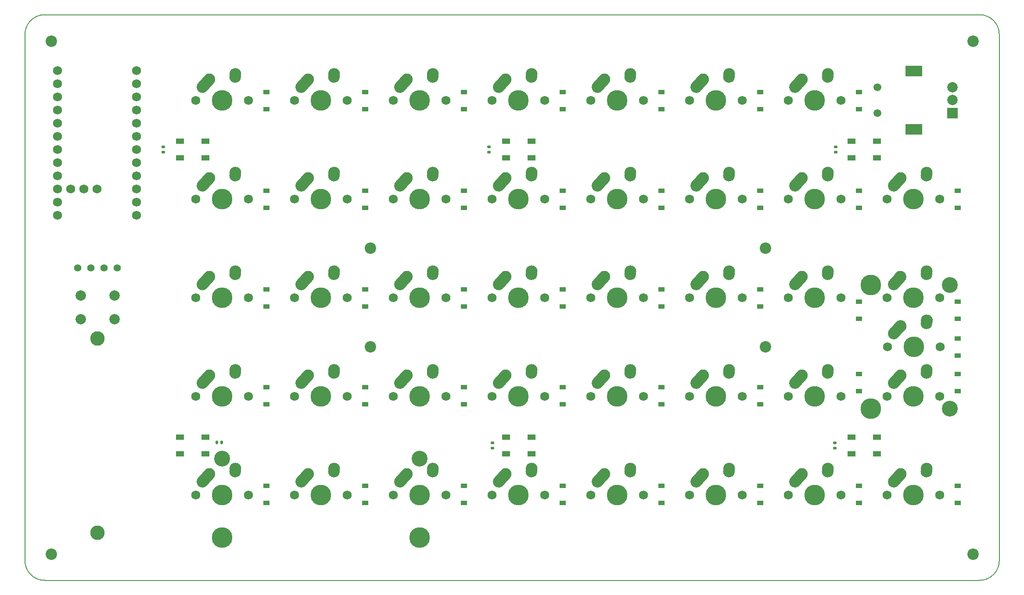
<source format=gbr>
G04 #@! TF.GenerationSoftware,KiCad,Pcbnew,(6.0.1)*
G04 #@! TF.CreationDate,2022-02-23T16:18:42+00:00*
G04 #@! TF.ProjectId,Keyboard Right Hand Side,4b657962-6f61-4726-9420-526967687420,rev?*
G04 #@! TF.SameCoordinates,Original*
G04 #@! TF.FileFunction,Soldermask,Bot*
G04 #@! TF.FilePolarity,Negative*
%FSLAX46Y46*%
G04 Gerber Fmt 4.6, Leading zero omitted, Abs format (unit mm)*
G04 Created by KiCad (PCBNEW (6.0.1)) date 2022-02-23 16:18:42*
%MOMM*%
%LPD*%
G01*
G04 APERTURE LIST*
G04 Aperture macros list*
%AMRoundRect*
0 Rectangle with rounded corners*
0 $1 Rounding radius*
0 $2 $3 $4 $5 $6 $7 $8 $9 X,Y pos of 4 corners*
0 Add a 4 corners polygon primitive as box body*
4,1,4,$2,$3,$4,$5,$6,$7,$8,$9,$2,$3,0*
0 Add four circle primitives for the rounded corners*
1,1,$1+$1,$2,$3*
1,1,$1+$1,$4,$5*
1,1,$1+$1,$6,$7*
1,1,$1+$1,$8,$9*
0 Add four rect primitives between the rounded corners*
20,1,$1+$1,$2,$3,$4,$5,0*
20,1,$1+$1,$4,$5,$6,$7,0*
20,1,$1+$1,$6,$7,$8,$9,0*
20,1,$1+$1,$8,$9,$2,$3,0*%
%AMHorizOval*
0 Thick line with rounded ends*
0 $1 width*
0 $2 $3 position (X,Y) of the first rounded end (center of the circle)*
0 $4 $5 position (X,Y) of the second rounded end (center of the circle)*
0 Add line between two ends*
20,1,$1,$2,$3,$4,$5,0*
0 Add two circle primitives to create the rounded ends*
1,1,$1,$2,$3*
1,1,$1,$4,$5*%
G04 Aperture macros list end*
G04 #@! TA.AperFunction,Profile*
%ADD10C,0.200000*%
G04 #@! TD*
%ADD11C,2.200000*%
%ADD12C,3.987800*%
%ADD13C,1.750000*%
%ADD14C,2.250000*%
%ADD15HorizOval,2.250000X0.655001X0.730000X-0.655001X-0.730000X0*%
%ADD16HorizOval,2.250000X0.020000X0.290000X-0.020000X-0.290000X0*%
%ADD17C,3.048000*%
%ADD18C,2.000000*%
%ADD19C,1.500000*%
%ADD20R,2.000000X2.000000*%
%ADD21R,3.200000X2.000000*%
%ADD22C,1.397000*%
%ADD23C,1.752600*%
%ADD24C,2.800000*%
%ADD25R,1.200000X0.900000*%
%ADD26RoundRect,0.140000X-0.140000X-0.170000X0.140000X-0.170000X0.140000X0.170000X-0.140000X0.170000X0*%
%ADD27R,1.500000X1.000000*%
%ADD28RoundRect,0.140000X0.170000X-0.140000X0.170000X0.140000X-0.170000X0.140000X-0.170000X-0.140000X0*%
G04 APERTURE END LIST*
D10*
X264793323Y-41276677D02*
G75*
G03*
X260983323Y-37466677I-3809999J1D01*
G01*
X260983323Y-146683323D02*
G75*
G03*
X264793323Y-142873323I1J3809999D01*
G01*
X80646677Y-37466677D02*
X260983323Y-37466677D01*
X76836677Y-142873323D02*
X76836677Y-41276677D01*
X260983323Y-146683323D02*
X80646677Y-146683323D01*
X80646677Y-37466677D02*
G75*
G03*
X76836677Y-41276677I-1J-3809999D01*
G01*
X76836677Y-142873323D02*
G75*
G03*
X80646677Y-146683323I3809999J-1D01*
G01*
X264793323Y-41276677D02*
X264793323Y-142873323D01*
D11*
X259715000Y-42545000D03*
X81915000Y-42545000D03*
X81915000Y-141605000D03*
X259715000Y-141605000D03*
X219710000Y-101600000D03*
X143510000Y-101600000D03*
X219710000Y-82550000D03*
X143510000Y-82550000D03*
D12*
X172057300Y-92083000D03*
D13*
X177137300Y-92083000D03*
X166977300Y-92083000D03*
D14*
X169557300Y-88083000D03*
D15*
X168902301Y-88813000D03*
D16*
X174577300Y-87293000D03*
D14*
X174597300Y-87003000D03*
D12*
X191107300Y-130183000D03*
D13*
X186027300Y-130183000D03*
X196187300Y-130183000D03*
D15*
X187952301Y-126913000D03*
D14*
X188607300Y-126183000D03*
D16*
X193627300Y-125393000D03*
D14*
X193647300Y-125103000D03*
D12*
X191107300Y-73033000D03*
D13*
X186027300Y-73033000D03*
X196187300Y-73033000D03*
D15*
X187952301Y-69763000D03*
D14*
X188607300Y-69033000D03*
D16*
X193627300Y-68243000D03*
D14*
X193647300Y-67953000D03*
D13*
X128877300Y-111133000D03*
D12*
X133957300Y-111133000D03*
D13*
X139037300Y-111133000D03*
D14*
X131457300Y-107133000D03*
D15*
X130802301Y-107863000D03*
D14*
X136497300Y-106053000D03*
D16*
X136477300Y-106343000D03*
D13*
X128877300Y-92083000D03*
X139037300Y-92083000D03*
D12*
X133957300Y-92083000D03*
D15*
X130802301Y-88813000D03*
D14*
X131457300Y-88083000D03*
D16*
X136477300Y-87293000D03*
D14*
X136497300Y-87003000D03*
D13*
X215237300Y-92083000D03*
X205077300Y-92083000D03*
D12*
X210157300Y-92083000D03*
D14*
X207657300Y-88083000D03*
D15*
X207002301Y-88813000D03*
D16*
X212677300Y-87293000D03*
D14*
X212697300Y-87003000D03*
D13*
X119987300Y-53983000D03*
D12*
X114907300Y-53983000D03*
D13*
X109827300Y-53983000D03*
D15*
X111752301Y-50713000D03*
D14*
X112407300Y-49983000D03*
D16*
X117427300Y-49193000D03*
D14*
X117447300Y-48903000D03*
D13*
X234287300Y-111133000D03*
X224127300Y-111133000D03*
D12*
X229207300Y-111133000D03*
D14*
X226707300Y-107133000D03*
D15*
X226052301Y-107863000D03*
D14*
X231747300Y-106053000D03*
D16*
X231727300Y-106343000D03*
D13*
X177137300Y-53983000D03*
X166977300Y-53983000D03*
D12*
X172057300Y-53983000D03*
D15*
X168902301Y-50713000D03*
D14*
X169557300Y-49983000D03*
D16*
X174577300Y-49193000D03*
D14*
X174597300Y-48903000D03*
D13*
X224127300Y-92083000D03*
X234287300Y-92083000D03*
D12*
X229207300Y-92083000D03*
D15*
X226052301Y-88813000D03*
D14*
X226707300Y-88083000D03*
D16*
X231727300Y-87293000D03*
D14*
X231747300Y-87003000D03*
D13*
X158087300Y-73033000D03*
D12*
X153007300Y-73033000D03*
D13*
X147927300Y-73033000D03*
D14*
X150507300Y-69033000D03*
D15*
X149852301Y-69763000D03*
D16*
X155527300Y-68243000D03*
D14*
X155547300Y-67953000D03*
D13*
X166977300Y-73033000D03*
D12*
X172057300Y-73033000D03*
D13*
X177137300Y-73033000D03*
D15*
X168902301Y-69763000D03*
D14*
X169557300Y-69033000D03*
X174597300Y-67953000D03*
D16*
X174577300Y-68243000D03*
D13*
X119987300Y-130183000D03*
D12*
X114907300Y-130183000D03*
D13*
X109827300Y-130183000D03*
D14*
X112407300Y-126183000D03*
D15*
X111752301Y-126913000D03*
D16*
X117427300Y-125393000D03*
D14*
X117447300Y-125103000D03*
D12*
X133957300Y-130183000D03*
D17*
X114907300Y-123198000D03*
D12*
X153007300Y-138438000D03*
D13*
X139037300Y-130183000D03*
X128877300Y-130183000D03*
D12*
X114907300Y-138438000D03*
D17*
X153007300Y-123198000D03*
D15*
X130802301Y-126913000D03*
D14*
X131457300Y-126183000D03*
D16*
X136477300Y-125393000D03*
D14*
X136497300Y-125103000D03*
D13*
X253337300Y-130183000D03*
D12*
X248257300Y-130183000D03*
D13*
X243177300Y-130183000D03*
D14*
X245757300Y-126183000D03*
D15*
X245102301Y-126913000D03*
D16*
X250777300Y-125393000D03*
D14*
X250797300Y-125103000D03*
D18*
X87630000Y-91730000D03*
X94130000Y-91730000D03*
X87630000Y-96230000D03*
X94130000Y-96230000D03*
D12*
X191107300Y-111133000D03*
D13*
X186027300Y-111133000D03*
X196187300Y-111133000D03*
D14*
X188607300Y-107133000D03*
D15*
X187952301Y-107863000D03*
D16*
X193627300Y-106343000D03*
D14*
X193647300Y-106053000D03*
D13*
X158087300Y-53983000D03*
X147927300Y-53983000D03*
D12*
X153007300Y-53983000D03*
D14*
X150507300Y-49983000D03*
D15*
X149852301Y-50713000D03*
D16*
X155527300Y-49193000D03*
D14*
X155547300Y-48903000D03*
D12*
X133957300Y-73033000D03*
D13*
X139037300Y-73033000D03*
X128877300Y-73033000D03*
D14*
X131457300Y-69033000D03*
D15*
X130802301Y-69763000D03*
D16*
X136477300Y-68243000D03*
D14*
X136497300Y-67953000D03*
D12*
X191107300Y-92083000D03*
D13*
X196187300Y-92083000D03*
X186027300Y-92083000D03*
D15*
X187952301Y-88813000D03*
D14*
X188607300Y-88083000D03*
D16*
X193627300Y-87293000D03*
D14*
X193647300Y-87003000D03*
D13*
X234287300Y-73033000D03*
X224127300Y-73033000D03*
D12*
X229207300Y-73033000D03*
D14*
X226707300Y-69033000D03*
D15*
X226052301Y-69763000D03*
D14*
X231747300Y-67953000D03*
D16*
X231727300Y-68243000D03*
D13*
X243177300Y-73033000D03*
X253337300Y-73033000D03*
D12*
X248257300Y-73033000D03*
D15*
X245102301Y-69763000D03*
D14*
X245757300Y-69033000D03*
D16*
X250777300Y-68243000D03*
D14*
X250797300Y-67953000D03*
D13*
X166977300Y-111133000D03*
X177137300Y-111133000D03*
D12*
X172057300Y-111133000D03*
D15*
X168902301Y-107863000D03*
D14*
X169557300Y-107133000D03*
D16*
X174577300Y-106343000D03*
D14*
X174597300Y-106053000D03*
D13*
X205077300Y-73033000D03*
D12*
X210157300Y-73033000D03*
D13*
X215237300Y-73033000D03*
D14*
X207657300Y-69033000D03*
D15*
X207002301Y-69763000D03*
D16*
X212677300Y-68243000D03*
D14*
X212697300Y-67953000D03*
D12*
X172057300Y-130183000D03*
D13*
X166977300Y-130183000D03*
X177137300Y-130183000D03*
D15*
X168902301Y-126913000D03*
D14*
X169557300Y-126183000D03*
X174597300Y-125103000D03*
D16*
X174577300Y-125393000D03*
D13*
X147927300Y-130183000D03*
D12*
X153007300Y-130183000D03*
D13*
X158087300Y-130183000D03*
D15*
X149852301Y-126913000D03*
D14*
X150507300Y-126183000D03*
D16*
X155527300Y-125393000D03*
D14*
X155547300Y-125103000D03*
D13*
X128877300Y-53983000D03*
X139037300Y-53983000D03*
D12*
X133957300Y-53983000D03*
D14*
X131457300Y-49983000D03*
D15*
X130802301Y-50713000D03*
D14*
X136497300Y-48903000D03*
D16*
X136477300Y-49193000D03*
D19*
X241275000Y-51470000D03*
X241275000Y-56470000D03*
D20*
X255775000Y-56470000D03*
D18*
X255775000Y-51470000D03*
X255775000Y-53970000D03*
D21*
X248275000Y-48370000D03*
X248275000Y-59570000D03*
D12*
X248272300Y-101603000D03*
D17*
X255257300Y-113541000D03*
D12*
X240017300Y-89665000D03*
X240017300Y-113541000D03*
D17*
X255257300Y-89665000D03*
D13*
X243192300Y-101603000D03*
X253352300Y-101603000D03*
D14*
X245772300Y-97603000D03*
D15*
X245117301Y-98333000D03*
D16*
X250792300Y-96813000D03*
D14*
X250812300Y-96523000D03*
D13*
X224127300Y-53983000D03*
D12*
X229207300Y-53983000D03*
D13*
X234287300Y-53983000D03*
D14*
X226707300Y-49983000D03*
D15*
X226052301Y-50713000D03*
D14*
X231747300Y-48903000D03*
D16*
X231727300Y-49193000D03*
D12*
X248242300Y-111133000D03*
D13*
X253322300Y-111133000D03*
X243162300Y-111133000D03*
D15*
X245087301Y-107863000D03*
D14*
X245742300Y-107133000D03*
D16*
X250762300Y-106343000D03*
D14*
X250782300Y-106053000D03*
D13*
X119987300Y-73033000D03*
D12*
X114907300Y-73033000D03*
D13*
X109827300Y-73033000D03*
D15*
X111752301Y-69763000D03*
D14*
X112407300Y-69033000D03*
X117447300Y-67953000D03*
D16*
X117427300Y-68243000D03*
D13*
X215237300Y-53983000D03*
X205077300Y-53983000D03*
D12*
X210157300Y-53983000D03*
D14*
X207657300Y-49983000D03*
D15*
X207002301Y-50713000D03*
D14*
X212697300Y-48903000D03*
D16*
X212677300Y-49193000D03*
D12*
X153007300Y-111133000D03*
D13*
X147927300Y-111133000D03*
X158087300Y-111133000D03*
D15*
X149852301Y-107863000D03*
D14*
X150507300Y-107133000D03*
X155547300Y-106053000D03*
D16*
X155527300Y-106343000D03*
D13*
X234287300Y-130183000D03*
X224127300Y-130183000D03*
D12*
X229207300Y-130183000D03*
D14*
X226707300Y-126183000D03*
D15*
X226052301Y-126913000D03*
D14*
X231747300Y-125103000D03*
D16*
X231727300Y-125393000D03*
D22*
X94605000Y-86360000D03*
X92065000Y-86360000D03*
X89525000Y-86360000D03*
X86985000Y-86360000D03*
D13*
X215237300Y-130183000D03*
D12*
X210157300Y-130183000D03*
D13*
X205077300Y-130183000D03*
D14*
X207657300Y-126183000D03*
D15*
X207002301Y-126913000D03*
D16*
X212677300Y-125393000D03*
D14*
X212697300Y-125103000D03*
D12*
X210157300Y-111133000D03*
D13*
X205077300Y-111133000D03*
X215237300Y-111133000D03*
D14*
X207657300Y-107133000D03*
D15*
X207002301Y-107863000D03*
D14*
X212697300Y-106053000D03*
D16*
X212677300Y-106343000D03*
D23*
X83157300Y-48234750D03*
X83157300Y-50774750D03*
X83157300Y-53314750D03*
X83157300Y-55854750D03*
X83157300Y-58394750D03*
X83157300Y-60934750D03*
X83157300Y-63474750D03*
X83157300Y-66014750D03*
X83157300Y-68554750D03*
X83157300Y-71094750D03*
X83157300Y-73634750D03*
X83157300Y-76174750D03*
X98397300Y-76174750D03*
X98397300Y-73634750D03*
X98397300Y-71094750D03*
X98397300Y-68554750D03*
X98397300Y-66014750D03*
X98397300Y-63474750D03*
X98397300Y-60934750D03*
X98397300Y-58394750D03*
X98397300Y-55854750D03*
X98397300Y-53314750D03*
X98397300Y-50774750D03*
X98397300Y-48234750D03*
X85697300Y-71094750D03*
X88237300Y-71094750D03*
X90777300Y-71094750D03*
D12*
X114907300Y-111133000D03*
D13*
X119987300Y-111133000D03*
X109827300Y-111133000D03*
D15*
X111752301Y-107863000D03*
D14*
X112407300Y-107133000D03*
D16*
X117427300Y-106343000D03*
D14*
X117447300Y-106053000D03*
D24*
X90805000Y-137495000D03*
X90805000Y-99995000D03*
D12*
X153007300Y-92083000D03*
D13*
X158087300Y-92083000D03*
X147927300Y-92083000D03*
D15*
X149852301Y-88813000D03*
D14*
X150507300Y-88083000D03*
X155547300Y-87003000D03*
D16*
X155527300Y-87293000D03*
D12*
X114907300Y-92083000D03*
D13*
X109827300Y-92083000D03*
X119987300Y-92083000D03*
D14*
X112407300Y-88083000D03*
D15*
X111752301Y-88813000D03*
D16*
X117427300Y-87293000D03*
D14*
X117447300Y-87003000D03*
D13*
X186027300Y-53983000D03*
X196187300Y-53983000D03*
D12*
X191107300Y-53983000D03*
D14*
X188607300Y-49983000D03*
D15*
X187952301Y-50713000D03*
D16*
X193627300Y-49193000D03*
D14*
X193647300Y-48903000D03*
D12*
X248212300Y-92083000D03*
D13*
X253292300Y-92083000D03*
X243132300Y-92083000D03*
D15*
X245057301Y-88813000D03*
D14*
X245712300Y-88083000D03*
D16*
X250732300Y-87293000D03*
D14*
X250752300Y-87003000D03*
D25*
X237732300Y-74724800D03*
X237732300Y-71424800D03*
X199632300Y-55674800D03*
X199632300Y-52374800D03*
X199632300Y-112648000D03*
X199632300Y-109348000D03*
D26*
X113820000Y-120015000D03*
X114780000Y-120015000D03*
D27*
X174535000Y-61900000D03*
X174535000Y-65100000D03*
X169635000Y-65100000D03*
X169635000Y-61900000D03*
D25*
X180582300Y-55674800D03*
X180582300Y-52374800D03*
X256782300Y-96138000D03*
X256782300Y-92838000D03*
X161532300Y-112648000D03*
X161532300Y-109348000D03*
D27*
X241210000Y-119050000D03*
X241210000Y-122250000D03*
X236310000Y-122250000D03*
X236310000Y-119050000D03*
D25*
X161532300Y-55674800D03*
X161532300Y-52374800D03*
D28*
X166370000Y-63980000D03*
X166370000Y-63020000D03*
D25*
X237732300Y-55674800D03*
X237732300Y-52374800D03*
D28*
X233200000Y-63980000D03*
X233200000Y-63020000D03*
D27*
X174535000Y-119050000D03*
X174535000Y-122250000D03*
X169635000Y-122250000D03*
X169635000Y-119050000D03*
D25*
X180582300Y-131698000D03*
X180582300Y-128398000D03*
X123432300Y-55674800D03*
X123432300Y-52374800D03*
X256782300Y-103250000D03*
X256782300Y-99950000D03*
X161532300Y-131698000D03*
X161532300Y-128398000D03*
X256782300Y-110108000D03*
X256782300Y-106808000D03*
X199632300Y-74724800D03*
X199632300Y-71424800D03*
X161532300Y-74724800D03*
X161532300Y-71424800D03*
X218682300Y-112648000D03*
X218682300Y-109348000D03*
X180582300Y-112648000D03*
X180582300Y-109348000D03*
X142482300Y-131698000D03*
X142482300Y-128398000D03*
X142482300Y-93774800D03*
X142482300Y-90474800D03*
X256782300Y-131698000D03*
X256782300Y-128398000D03*
X199632300Y-131698000D03*
X199632300Y-128398000D03*
X123432300Y-112648000D03*
X123432300Y-109348000D03*
X199632300Y-93774800D03*
X199632300Y-90474800D03*
X180582300Y-74724800D03*
X180582300Y-71424800D03*
X237732300Y-131698000D03*
X237732300Y-128398000D03*
X237732300Y-110108000D03*
X237732300Y-106808000D03*
X123432300Y-74724800D03*
X123432300Y-71424800D03*
X218682300Y-131698000D03*
X218682300Y-128398000D03*
D28*
X103505000Y-63980000D03*
X103505000Y-63020000D03*
D25*
X142482300Y-112648000D03*
X142482300Y-109348000D03*
X142482300Y-55674800D03*
X142482300Y-52374800D03*
X218682300Y-93774800D03*
X218682300Y-90474800D03*
X123432300Y-93774800D03*
X123432300Y-90474800D03*
X218682300Y-74724800D03*
X218682300Y-71424800D03*
D27*
X111670000Y-61900000D03*
X111670000Y-65100000D03*
X106770000Y-65100000D03*
X106770000Y-61900000D03*
X241210000Y-61900000D03*
X241210000Y-65100000D03*
X236310000Y-65100000D03*
X236310000Y-61900000D03*
D25*
X180582300Y-93774800D03*
X180582300Y-90474800D03*
X161532300Y-93774800D03*
X161532300Y-90474800D03*
X256782300Y-74724800D03*
X256782300Y-71424800D03*
X237732300Y-96138000D03*
X237732300Y-92838000D03*
D27*
X111670000Y-119050000D03*
X111670000Y-122250000D03*
X106770000Y-122250000D03*
X106770000Y-119050000D03*
D25*
X123432300Y-131698000D03*
X123432300Y-128398000D03*
D28*
X167005000Y-121130000D03*
X167005000Y-120170000D03*
D25*
X142482300Y-74724800D03*
X142482300Y-71424800D03*
X218682300Y-55674800D03*
X218682300Y-52374800D03*
D28*
X233045000Y-121130000D03*
X233045000Y-120170000D03*
M02*

</source>
